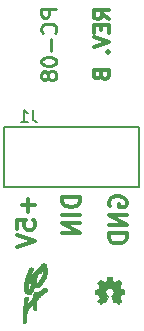
<source format=gbo>
G04 #@! TF.GenerationSoftware,KiCad,Pcbnew,5.0.0-fee4fd1~65~ubuntu17.10.1*
G04 #@! TF.CreationDate,2018-09-18T23:28:09-04:00*
G04 #@! TF.ProjectId,rgb-lamp,7267622D6C616D702E6B696361645F70,rev?*
G04 #@! TF.SameCoordinates,Original*
G04 #@! TF.FileFunction,Legend,Bot*
G04 #@! TF.FilePolarity,Positive*
%FSLAX46Y46*%
G04 Gerber Fmt 4.6, Leading zero omitted, Abs format (unit mm)*
G04 Created by KiCad (PCBNEW 5.0.0-fee4fd1~65~ubuntu17.10.1) date Tue Sep 18 23:28:09 2018*
%MOMM*%
%LPD*%
G01*
G04 APERTURE LIST*
%ADD10C,0.300000*%
%ADD11C,0.254000*%
%ADD12C,0.180000*%
%ADD13C,0.002540*%
%ADD14C,0.050000*%
G04 APERTURE END LIST*
D10*
X122494523Y-78498095D02*
X121889761Y-78074761D01*
X122494523Y-77772380D02*
X121224523Y-77772380D01*
X121224523Y-78256190D01*
X121285000Y-78377142D01*
X121345476Y-78437619D01*
X121466428Y-78498095D01*
X121647857Y-78498095D01*
X121768809Y-78437619D01*
X121829285Y-78377142D01*
X121889761Y-78256190D01*
X121889761Y-77772380D01*
X121829285Y-79042380D02*
X121829285Y-79465714D01*
X122494523Y-79647142D02*
X122494523Y-79042380D01*
X121224523Y-79042380D01*
X121224523Y-79647142D01*
X121224523Y-80010000D02*
X122494523Y-80433333D01*
X121224523Y-80856666D01*
X122373571Y-81280000D02*
X122434047Y-81340476D01*
X122494523Y-81280000D01*
X122434047Y-81219523D01*
X122373571Y-81280000D01*
X122494523Y-81280000D01*
X121829285Y-83275714D02*
X121889761Y-83457142D01*
X121950238Y-83517619D01*
X122071190Y-83578095D01*
X122252619Y-83578095D01*
X122373571Y-83517619D01*
X122434047Y-83457142D01*
X122494523Y-83336190D01*
X122494523Y-82852380D01*
X121224523Y-82852380D01*
X121224523Y-83275714D01*
X121285000Y-83396666D01*
X121345476Y-83457142D01*
X121466428Y-83517619D01*
X121587380Y-83517619D01*
X121708333Y-83457142D01*
X121768809Y-83396666D01*
X121829285Y-83275714D01*
X121829285Y-82852380D01*
D11*
X118049523Y-77681666D02*
X116779523Y-77681666D01*
X116779523Y-78165476D01*
X116840000Y-78286428D01*
X116900476Y-78346904D01*
X117021428Y-78407380D01*
X117202857Y-78407380D01*
X117323809Y-78346904D01*
X117384285Y-78286428D01*
X117444761Y-78165476D01*
X117444761Y-77681666D01*
X117928571Y-79677380D02*
X117989047Y-79616904D01*
X118049523Y-79435476D01*
X118049523Y-79314523D01*
X117989047Y-79133095D01*
X117868095Y-79012142D01*
X117747142Y-78951666D01*
X117505238Y-78891190D01*
X117323809Y-78891190D01*
X117081904Y-78951666D01*
X116960952Y-79012142D01*
X116840000Y-79133095D01*
X116779523Y-79314523D01*
X116779523Y-79435476D01*
X116840000Y-79616904D01*
X116900476Y-79677380D01*
X117565714Y-80221666D02*
X117565714Y-81189285D01*
X116779523Y-82035952D02*
X116779523Y-82156904D01*
X116840000Y-82277857D01*
X116900476Y-82338333D01*
X117021428Y-82398809D01*
X117263333Y-82459285D01*
X117565714Y-82459285D01*
X117807619Y-82398809D01*
X117928571Y-82338333D01*
X117989047Y-82277857D01*
X118049523Y-82156904D01*
X118049523Y-82035952D01*
X117989047Y-81915000D01*
X117928571Y-81854523D01*
X117807619Y-81794047D01*
X117565714Y-81733571D01*
X117263333Y-81733571D01*
X117021428Y-81794047D01*
X116900476Y-81854523D01*
X116840000Y-81915000D01*
X116779523Y-82035952D01*
X117323809Y-83185000D02*
X117263333Y-83064047D01*
X117202857Y-83003571D01*
X117081904Y-82943095D01*
X117021428Y-82943095D01*
X116900476Y-83003571D01*
X116840000Y-83064047D01*
X116779523Y-83185000D01*
X116779523Y-83426904D01*
X116840000Y-83547857D01*
X116900476Y-83608333D01*
X117021428Y-83668809D01*
X117081904Y-83668809D01*
X117202857Y-83608333D01*
X117263333Y-83547857D01*
X117323809Y-83426904D01*
X117323809Y-83185000D01*
X117384285Y-83064047D01*
X117444761Y-83003571D01*
X117565714Y-82943095D01*
X117807619Y-82943095D01*
X117928571Y-83003571D01*
X117989047Y-83064047D01*
X118049523Y-83185000D01*
X118049523Y-83426904D01*
X117989047Y-83547857D01*
X117928571Y-83608333D01*
X117807619Y-83668809D01*
X117565714Y-83668809D01*
X117444761Y-83608333D01*
X117384285Y-83547857D01*
X117323809Y-83426904D01*
D10*
X120058571Y-93587285D02*
X118558571Y-93587285D01*
X118558571Y-93944428D01*
X118630000Y-94158714D01*
X118772857Y-94301571D01*
X118915714Y-94373000D01*
X119201428Y-94444428D01*
X119415714Y-94444428D01*
X119701428Y-94373000D01*
X119844285Y-94301571D01*
X119987142Y-94158714D01*
X120058571Y-93944428D01*
X120058571Y-93587285D01*
X120058571Y-95087285D02*
X118558571Y-95087285D01*
X120058571Y-95801571D02*
X118558571Y-95801571D01*
X120058571Y-96658714D01*
X118558571Y-96658714D01*
X122567000Y-94361142D02*
X122495571Y-94218285D01*
X122495571Y-94004000D01*
X122567000Y-93789714D01*
X122709857Y-93646857D01*
X122852714Y-93575428D01*
X123138428Y-93504000D01*
X123352714Y-93504000D01*
X123638428Y-93575428D01*
X123781285Y-93646857D01*
X123924142Y-93789714D01*
X123995571Y-94004000D01*
X123995571Y-94146857D01*
X123924142Y-94361142D01*
X123852714Y-94432571D01*
X123352714Y-94432571D01*
X123352714Y-94146857D01*
X123995571Y-95075428D02*
X122495571Y-95075428D01*
X123995571Y-95932571D01*
X122495571Y-95932571D01*
X123995571Y-96646857D02*
X122495571Y-96646857D01*
X122495571Y-97004000D01*
X122567000Y-97218285D01*
X122709857Y-97361142D01*
X122852714Y-97432571D01*
X123138428Y-97504000D01*
X123352714Y-97504000D01*
X123638428Y-97432571D01*
X123781285Y-97361142D01*
X123924142Y-97218285D01*
X123995571Y-97004000D01*
X123995571Y-96646857D01*
X115677142Y-93702428D02*
X115677142Y-94845285D01*
X116248571Y-94273857D02*
X115105714Y-94273857D01*
X114748571Y-96273857D02*
X114748571Y-95559571D01*
X115462857Y-95488142D01*
X115391428Y-95559571D01*
X115320000Y-95702428D01*
X115320000Y-96059571D01*
X115391428Y-96202428D01*
X115462857Y-96273857D01*
X115605714Y-96345285D01*
X115962857Y-96345285D01*
X116105714Y-96273857D01*
X116177142Y-96202428D01*
X116248571Y-96059571D01*
X116248571Y-95702428D01*
X116177142Y-95559571D01*
X116105714Y-95488142D01*
X114748571Y-96773857D02*
X116248571Y-97273857D01*
X114748571Y-97773857D01*
D12*
G04 #@! TO.C,J1*
X113665000Y-92710000D02*
X125095000Y-92710000D01*
X125095000Y-92710000D02*
X125095000Y-87630000D01*
X125095000Y-87630000D02*
X113665000Y-87630000D01*
X113665000Y-87630000D02*
X113665000Y-92710000D01*
D13*
G04 #@! TO.C,REF\002A\002A*
G36*
X123324620Y-102610920D02*
X123309380Y-102605840D01*
X123281440Y-102585520D01*
X123238260Y-102557580D01*
X123187460Y-102524560D01*
X123139200Y-102491540D01*
X123096020Y-102463600D01*
X123068080Y-102445820D01*
X123055380Y-102438200D01*
X123050300Y-102440740D01*
X123024900Y-102450900D01*
X122989340Y-102471220D01*
X122971560Y-102481380D01*
X122938540Y-102494080D01*
X122923300Y-102496620D01*
X122920760Y-102491540D01*
X122908060Y-102468680D01*
X122890280Y-102425500D01*
X122864880Y-102372160D01*
X122839480Y-102306120D01*
X122809000Y-102237540D01*
X122778520Y-102166420D01*
X122750580Y-102097840D01*
X122727720Y-102039420D01*
X122707400Y-101988620D01*
X122694700Y-101955600D01*
X122689620Y-101940360D01*
X122689620Y-101937820D01*
X122707400Y-101920040D01*
X122735340Y-101899720D01*
X122793760Y-101851460D01*
X122854720Y-101777800D01*
X122890280Y-101693980D01*
X122900440Y-101600000D01*
X122890280Y-101516180D01*
X122857260Y-101432360D01*
X122798840Y-101356160D01*
X122727720Y-101300280D01*
X122646440Y-101267260D01*
X122555000Y-101254560D01*
X122468640Y-101264720D01*
X122382280Y-101297740D01*
X122308620Y-101356160D01*
X122275600Y-101391720D01*
X122232420Y-101467920D01*
X122207020Y-101549200D01*
X122204480Y-101569520D01*
X122209560Y-101655880D01*
X122234960Y-101742240D01*
X122283220Y-101818440D01*
X122346720Y-101881940D01*
X122354340Y-101887020D01*
X122384820Y-101909880D01*
X122405140Y-101925120D01*
X122422920Y-101937820D01*
X122308620Y-102212140D01*
X122290840Y-102255320D01*
X122260360Y-102328980D01*
X122232420Y-102395020D01*
X122209560Y-102445820D01*
X122194320Y-102478840D01*
X122189240Y-102494080D01*
X122186700Y-102494080D01*
X122176540Y-102496620D01*
X122156220Y-102489000D01*
X122118120Y-102471220D01*
X122092720Y-102458520D01*
X122064780Y-102443280D01*
X122052080Y-102438200D01*
X122039380Y-102443280D01*
X122011440Y-102461060D01*
X121970800Y-102489000D01*
X121922540Y-102522020D01*
X121876820Y-102555040D01*
X121833640Y-102582980D01*
X121800620Y-102603300D01*
X121787920Y-102610920D01*
X121785380Y-102610920D01*
X121770140Y-102603300D01*
X121747280Y-102582980D01*
X121709180Y-102547420D01*
X121655840Y-102496620D01*
X121648220Y-102486460D01*
X121605040Y-102443280D01*
X121569480Y-102405180D01*
X121546620Y-102379780D01*
X121539000Y-102367080D01*
X121546620Y-102354380D01*
X121564400Y-102321360D01*
X121594880Y-102278180D01*
X121627900Y-102227380D01*
X121719340Y-102095300D01*
X121668540Y-101973380D01*
X121653300Y-101935280D01*
X121635520Y-101887020D01*
X121620280Y-101854000D01*
X121612660Y-101841300D01*
X121599960Y-101836220D01*
X121564400Y-101828600D01*
X121516140Y-101818440D01*
X121457720Y-101805740D01*
X121401840Y-101795580D01*
X121351040Y-101787960D01*
X121312940Y-101780340D01*
X121297700Y-101775260D01*
X121292620Y-101775260D01*
X121290080Y-101765100D01*
X121287540Y-101749860D01*
X121287540Y-101719380D01*
X121287540Y-101671120D01*
X121287540Y-101600000D01*
X121287540Y-101594920D01*
X121287540Y-101528880D01*
X121287540Y-101475540D01*
X121290080Y-101439980D01*
X121292620Y-101424740D01*
X121307860Y-101422200D01*
X121343420Y-101414580D01*
X121394220Y-101404420D01*
X121455180Y-101391720D01*
X121457720Y-101391720D01*
X121518680Y-101381560D01*
X121569480Y-101368860D01*
X121605040Y-101361240D01*
X121620280Y-101356160D01*
X121622820Y-101353620D01*
X121635520Y-101330760D01*
X121650760Y-101292660D01*
X121671080Y-101246940D01*
X121691400Y-101198680D01*
X121709180Y-101158040D01*
X121719340Y-101125020D01*
X121721880Y-101112320D01*
X121721880Y-101109780D01*
X121714260Y-101097080D01*
X121693940Y-101066600D01*
X121663460Y-101020880D01*
X121627900Y-100970080D01*
X121625360Y-100967540D01*
X121592340Y-100916740D01*
X121564400Y-100873560D01*
X121544080Y-100843080D01*
X121539000Y-100827840D01*
X121549160Y-100812600D01*
X121574560Y-100784660D01*
X121612660Y-100746560D01*
X121655840Y-100700840D01*
X121671080Y-100685600D01*
X121719340Y-100637340D01*
X121754900Y-100606860D01*
X121775220Y-100589080D01*
X121785380Y-100586540D01*
X121800620Y-100596700D01*
X121833640Y-100617020D01*
X121876820Y-100647500D01*
X121927620Y-100680520D01*
X121932700Y-100683060D01*
X121983500Y-100718620D01*
X122026680Y-100746560D01*
X122054620Y-100766880D01*
X122069860Y-100774500D01*
X122092720Y-100769420D01*
X122128280Y-100756720D01*
X122171460Y-100738940D01*
X122219720Y-100721160D01*
X122262900Y-100700840D01*
X122293380Y-100688140D01*
X122308620Y-100677980D01*
X122313700Y-100660200D01*
X122323860Y-100622100D01*
X122334020Y-100568760D01*
X122346720Y-100507800D01*
X122346720Y-100497640D01*
X122359420Y-100436680D01*
X122369580Y-100385880D01*
X122377200Y-100352860D01*
X122379740Y-100337620D01*
X122387360Y-100335080D01*
X122417840Y-100335080D01*
X122463560Y-100332540D01*
X122516900Y-100332540D01*
X122572780Y-100332540D01*
X122628660Y-100332540D01*
X122676920Y-100335080D01*
X122712480Y-100337620D01*
X122725180Y-100340160D01*
X122732800Y-100360480D01*
X122740420Y-100398580D01*
X122750580Y-100451920D01*
X122763280Y-100512880D01*
X122765820Y-100523040D01*
X122775980Y-100584000D01*
X122786140Y-100634800D01*
X122793760Y-100667820D01*
X122796300Y-100680520D01*
X122803920Y-100685600D01*
X122826780Y-100695760D01*
X122867420Y-100711000D01*
X122918220Y-100731320D01*
X123035060Y-100779580D01*
X123177300Y-100680520D01*
X123190000Y-100672900D01*
X123240800Y-100637340D01*
X123283980Y-100609400D01*
X123311920Y-100591620D01*
X123324620Y-100584000D01*
X123327160Y-100584000D01*
X123339860Y-100596700D01*
X123367800Y-100624640D01*
X123405900Y-100660200D01*
X123451620Y-100705920D01*
X123484640Y-100738940D01*
X123525280Y-100779580D01*
X123548140Y-100804980D01*
X123563380Y-100822760D01*
X123568460Y-100832920D01*
X123565920Y-100840540D01*
X123558300Y-100855780D01*
X123535440Y-100886260D01*
X123507500Y-100929440D01*
X123471940Y-100980240D01*
X123444000Y-101020880D01*
X123413520Y-101069140D01*
X123393200Y-101104700D01*
X123385580Y-101119940D01*
X123388120Y-101127560D01*
X123398280Y-101155500D01*
X123413520Y-101198680D01*
X123436380Y-101246940D01*
X123484640Y-101361240D01*
X123558300Y-101373940D01*
X123604020Y-101384100D01*
X123667520Y-101396800D01*
X123725940Y-101406960D01*
X123819920Y-101424740D01*
X123825000Y-101767640D01*
X123809760Y-101772720D01*
X123794520Y-101777800D01*
X123761500Y-101785420D01*
X123710700Y-101795580D01*
X123652280Y-101805740D01*
X123604020Y-101815900D01*
X123553220Y-101826060D01*
X123517660Y-101831140D01*
X123499880Y-101836220D01*
X123497340Y-101841300D01*
X123484640Y-101864160D01*
X123466860Y-101904800D01*
X123446540Y-101950520D01*
X123426220Y-101998780D01*
X123408440Y-102041960D01*
X123395740Y-102077520D01*
X123390660Y-102095300D01*
X123398280Y-102108000D01*
X123418600Y-102135940D01*
X123446540Y-102179120D01*
X123479560Y-102229920D01*
X123512580Y-102278180D01*
X123543060Y-102321360D01*
X123563380Y-102351840D01*
X123571000Y-102367080D01*
X123565920Y-102374700D01*
X123545600Y-102400100D01*
X123510040Y-102438200D01*
X123454160Y-102494080D01*
X123444000Y-102501700D01*
X123398280Y-102544880D01*
X123362720Y-102580440D01*
X123334780Y-102603300D01*
X123324620Y-102610920D01*
X123324620Y-102610920D01*
G37*
X123324620Y-102610920D02*
X123309380Y-102605840D01*
X123281440Y-102585520D01*
X123238260Y-102557580D01*
X123187460Y-102524560D01*
X123139200Y-102491540D01*
X123096020Y-102463600D01*
X123068080Y-102445820D01*
X123055380Y-102438200D01*
X123050300Y-102440740D01*
X123024900Y-102450900D01*
X122989340Y-102471220D01*
X122971560Y-102481380D01*
X122938540Y-102494080D01*
X122923300Y-102496620D01*
X122920760Y-102491540D01*
X122908060Y-102468680D01*
X122890280Y-102425500D01*
X122864880Y-102372160D01*
X122839480Y-102306120D01*
X122809000Y-102237540D01*
X122778520Y-102166420D01*
X122750580Y-102097840D01*
X122727720Y-102039420D01*
X122707400Y-101988620D01*
X122694700Y-101955600D01*
X122689620Y-101940360D01*
X122689620Y-101937820D01*
X122707400Y-101920040D01*
X122735340Y-101899720D01*
X122793760Y-101851460D01*
X122854720Y-101777800D01*
X122890280Y-101693980D01*
X122900440Y-101600000D01*
X122890280Y-101516180D01*
X122857260Y-101432360D01*
X122798840Y-101356160D01*
X122727720Y-101300280D01*
X122646440Y-101267260D01*
X122555000Y-101254560D01*
X122468640Y-101264720D01*
X122382280Y-101297740D01*
X122308620Y-101356160D01*
X122275600Y-101391720D01*
X122232420Y-101467920D01*
X122207020Y-101549200D01*
X122204480Y-101569520D01*
X122209560Y-101655880D01*
X122234960Y-101742240D01*
X122283220Y-101818440D01*
X122346720Y-101881940D01*
X122354340Y-101887020D01*
X122384820Y-101909880D01*
X122405140Y-101925120D01*
X122422920Y-101937820D01*
X122308620Y-102212140D01*
X122290840Y-102255320D01*
X122260360Y-102328980D01*
X122232420Y-102395020D01*
X122209560Y-102445820D01*
X122194320Y-102478840D01*
X122189240Y-102494080D01*
X122186700Y-102494080D01*
X122176540Y-102496620D01*
X122156220Y-102489000D01*
X122118120Y-102471220D01*
X122092720Y-102458520D01*
X122064780Y-102443280D01*
X122052080Y-102438200D01*
X122039380Y-102443280D01*
X122011440Y-102461060D01*
X121970800Y-102489000D01*
X121922540Y-102522020D01*
X121876820Y-102555040D01*
X121833640Y-102582980D01*
X121800620Y-102603300D01*
X121787920Y-102610920D01*
X121785380Y-102610920D01*
X121770140Y-102603300D01*
X121747280Y-102582980D01*
X121709180Y-102547420D01*
X121655840Y-102496620D01*
X121648220Y-102486460D01*
X121605040Y-102443280D01*
X121569480Y-102405180D01*
X121546620Y-102379780D01*
X121539000Y-102367080D01*
X121546620Y-102354380D01*
X121564400Y-102321360D01*
X121594880Y-102278180D01*
X121627900Y-102227380D01*
X121719340Y-102095300D01*
X121668540Y-101973380D01*
X121653300Y-101935280D01*
X121635520Y-101887020D01*
X121620280Y-101854000D01*
X121612660Y-101841300D01*
X121599960Y-101836220D01*
X121564400Y-101828600D01*
X121516140Y-101818440D01*
X121457720Y-101805740D01*
X121401840Y-101795580D01*
X121351040Y-101787960D01*
X121312940Y-101780340D01*
X121297700Y-101775260D01*
X121292620Y-101775260D01*
X121290080Y-101765100D01*
X121287540Y-101749860D01*
X121287540Y-101719380D01*
X121287540Y-101671120D01*
X121287540Y-101600000D01*
X121287540Y-101594920D01*
X121287540Y-101528880D01*
X121287540Y-101475540D01*
X121290080Y-101439980D01*
X121292620Y-101424740D01*
X121307860Y-101422200D01*
X121343420Y-101414580D01*
X121394220Y-101404420D01*
X121455180Y-101391720D01*
X121457720Y-101391720D01*
X121518680Y-101381560D01*
X121569480Y-101368860D01*
X121605040Y-101361240D01*
X121620280Y-101356160D01*
X121622820Y-101353620D01*
X121635520Y-101330760D01*
X121650760Y-101292660D01*
X121671080Y-101246940D01*
X121691400Y-101198680D01*
X121709180Y-101158040D01*
X121719340Y-101125020D01*
X121721880Y-101112320D01*
X121721880Y-101109780D01*
X121714260Y-101097080D01*
X121693940Y-101066600D01*
X121663460Y-101020880D01*
X121627900Y-100970080D01*
X121625360Y-100967540D01*
X121592340Y-100916740D01*
X121564400Y-100873560D01*
X121544080Y-100843080D01*
X121539000Y-100827840D01*
X121549160Y-100812600D01*
X121574560Y-100784660D01*
X121612660Y-100746560D01*
X121655840Y-100700840D01*
X121671080Y-100685600D01*
X121719340Y-100637340D01*
X121754900Y-100606860D01*
X121775220Y-100589080D01*
X121785380Y-100586540D01*
X121800620Y-100596700D01*
X121833640Y-100617020D01*
X121876820Y-100647500D01*
X121927620Y-100680520D01*
X121932700Y-100683060D01*
X121983500Y-100718620D01*
X122026680Y-100746560D01*
X122054620Y-100766880D01*
X122069860Y-100774500D01*
X122092720Y-100769420D01*
X122128280Y-100756720D01*
X122171460Y-100738940D01*
X122219720Y-100721160D01*
X122262900Y-100700840D01*
X122293380Y-100688140D01*
X122308620Y-100677980D01*
X122313700Y-100660200D01*
X122323860Y-100622100D01*
X122334020Y-100568760D01*
X122346720Y-100507800D01*
X122346720Y-100497640D01*
X122359420Y-100436680D01*
X122369580Y-100385880D01*
X122377200Y-100352860D01*
X122379740Y-100337620D01*
X122387360Y-100335080D01*
X122417840Y-100335080D01*
X122463560Y-100332540D01*
X122516900Y-100332540D01*
X122572780Y-100332540D01*
X122628660Y-100332540D01*
X122676920Y-100335080D01*
X122712480Y-100337620D01*
X122725180Y-100340160D01*
X122732800Y-100360480D01*
X122740420Y-100398580D01*
X122750580Y-100451920D01*
X122763280Y-100512880D01*
X122765820Y-100523040D01*
X122775980Y-100584000D01*
X122786140Y-100634800D01*
X122793760Y-100667820D01*
X122796300Y-100680520D01*
X122803920Y-100685600D01*
X122826780Y-100695760D01*
X122867420Y-100711000D01*
X122918220Y-100731320D01*
X123035060Y-100779580D01*
X123177300Y-100680520D01*
X123190000Y-100672900D01*
X123240800Y-100637340D01*
X123283980Y-100609400D01*
X123311920Y-100591620D01*
X123324620Y-100584000D01*
X123327160Y-100584000D01*
X123339860Y-100596700D01*
X123367800Y-100624640D01*
X123405900Y-100660200D01*
X123451620Y-100705920D01*
X123484640Y-100738940D01*
X123525280Y-100779580D01*
X123548140Y-100804980D01*
X123563380Y-100822760D01*
X123568460Y-100832920D01*
X123565920Y-100840540D01*
X123558300Y-100855780D01*
X123535440Y-100886260D01*
X123507500Y-100929440D01*
X123471940Y-100980240D01*
X123444000Y-101020880D01*
X123413520Y-101069140D01*
X123393200Y-101104700D01*
X123385580Y-101119940D01*
X123388120Y-101127560D01*
X123398280Y-101155500D01*
X123413520Y-101198680D01*
X123436380Y-101246940D01*
X123484640Y-101361240D01*
X123558300Y-101373940D01*
X123604020Y-101384100D01*
X123667520Y-101396800D01*
X123725940Y-101406960D01*
X123819920Y-101424740D01*
X123825000Y-101767640D01*
X123809760Y-101772720D01*
X123794520Y-101777800D01*
X123761500Y-101785420D01*
X123710700Y-101795580D01*
X123652280Y-101805740D01*
X123604020Y-101815900D01*
X123553220Y-101826060D01*
X123517660Y-101831140D01*
X123499880Y-101836220D01*
X123497340Y-101841300D01*
X123484640Y-101864160D01*
X123466860Y-101904800D01*
X123446540Y-101950520D01*
X123426220Y-101998780D01*
X123408440Y-102041960D01*
X123395740Y-102077520D01*
X123390660Y-102095300D01*
X123398280Y-102108000D01*
X123418600Y-102135940D01*
X123446540Y-102179120D01*
X123479560Y-102229920D01*
X123512580Y-102278180D01*
X123543060Y-102321360D01*
X123563380Y-102351840D01*
X123571000Y-102367080D01*
X123565920Y-102374700D01*
X123545600Y-102400100D01*
X123510040Y-102438200D01*
X123454160Y-102494080D01*
X123444000Y-102501700D01*
X123398280Y-102544880D01*
X123362720Y-102580440D01*
X123334780Y-102603300D01*
X123324620Y-102610920D01*
D14*
G36*
X115679621Y-101801040D02*
X115742702Y-101797773D01*
X115797055Y-101785688D01*
X115810139Y-101780484D01*
X115870455Y-101742676D01*
X115930196Y-101684798D01*
X115988658Y-101607948D01*
X116041271Y-101519707D01*
X115657752Y-101519707D01*
X115643350Y-101493708D01*
X115632208Y-101459655D01*
X115625530Y-101407853D01*
X115623220Y-101341223D01*
X115625180Y-101262683D01*
X115631313Y-101175154D01*
X115641522Y-101081556D01*
X115655709Y-100984810D01*
X115661412Y-100951770D01*
X115669635Y-100907671D01*
X115676305Y-100880400D01*
X115683422Y-100865918D01*
X115692984Y-100860186D01*
X115706990Y-100859166D01*
X115707255Y-100859166D01*
X115725082Y-100857226D01*
X115743222Y-100850044D01*
X115763999Y-100835574D01*
X115789734Y-100811773D01*
X115822749Y-100776597D01*
X115865366Y-100728001D01*
X115893140Y-100695518D01*
X115929364Y-100653160D01*
X115960514Y-100617180D01*
X115984149Y-100590365D01*
X115997825Y-100575499D01*
X116000185Y-100573416D01*
X116001244Y-100579593D01*
X115998377Y-100599143D01*
X115991254Y-100633596D01*
X115979545Y-100684483D01*
X115962918Y-100753333D01*
X115949862Y-100806250D01*
X115916206Y-100933293D01*
X115880158Y-101053688D01*
X115842607Y-101165127D01*
X115804443Y-101265304D01*
X115766556Y-101351913D01*
X115729836Y-101422648D01*
X115695172Y-101475203D01*
X115688738Y-101483124D01*
X115657752Y-101519707D01*
X116041271Y-101519707D01*
X116045137Y-101513224D01*
X116098931Y-101401721D01*
X116149336Y-101274537D01*
X116166795Y-101224291D01*
X116180314Y-101184008D01*
X116191422Y-101150952D01*
X116198259Y-101130654D01*
X116199246Y-101127745D01*
X116210402Y-101125714D01*
X116237240Y-101134454D01*
X116274215Y-101151558D01*
X116316647Y-101171281D01*
X116351495Y-101182132D01*
X116389037Y-101186595D01*
X116421810Y-101187250D01*
X116485170Y-101181959D01*
X116545242Y-101164985D01*
X116605113Y-101134674D01*
X116667871Y-101089374D01*
X116736605Y-101027429D01*
X116755833Y-101008396D01*
X116852720Y-100898821D01*
X116865988Y-100880333D01*
X116403098Y-100880333D01*
X116385399Y-100870307D01*
X116369288Y-100842417D01*
X116355436Y-100799948D01*
X116344517Y-100746182D01*
X116337202Y-100684403D01*
X116334165Y-100617894D01*
X116335922Y-100552250D01*
X116353033Y-100397344D01*
X116383531Y-100239916D01*
X116390254Y-100212400D01*
X116400111Y-100178124D01*
X116412165Y-100150065D01*
X116429888Y-100122576D01*
X116456748Y-100090014D01*
X116483900Y-100060035D01*
X116559879Y-99977644D01*
X116593580Y-99995072D01*
X116637595Y-100009435D01*
X116685097Y-100011768D01*
X116727933Y-100002296D01*
X116748359Y-99990765D01*
X116769434Y-99965754D01*
X116785911Y-99931703D01*
X116788088Y-99924619D01*
X116805880Y-99862216D01*
X116821322Y-99815734D01*
X116836326Y-99780360D01*
X116852803Y-99751281D01*
X116862542Y-99737113D01*
X116881742Y-99713551D01*
X116896524Y-99700693D01*
X116901633Y-99700043D01*
X116910534Y-99717225D01*
X116919959Y-99748102D01*
X116928145Y-99785325D01*
X116933326Y-99821546D01*
X116934210Y-99835675D01*
X116932534Y-99866109D01*
X116927144Y-99908345D01*
X116919179Y-99953581D01*
X116918593Y-99956450D01*
X116892468Y-100057463D01*
X116854312Y-100169426D01*
X116806240Y-100287547D01*
X116750365Y-100407031D01*
X116688804Y-100523084D01*
X116623671Y-100630912D01*
X116615617Y-100643219D01*
X116578197Y-100696913D01*
X116538608Y-100748641D01*
X116499417Y-100795539D01*
X116463192Y-100834745D01*
X116432497Y-100863393D01*
X116409901Y-100878622D01*
X116403098Y-100880333D01*
X116865988Y-100880333D01*
X116943723Y-100772022D01*
X117027044Y-100631547D01*
X117100884Y-100480939D01*
X117163444Y-100323746D01*
X117212926Y-100163512D01*
X117237224Y-100059412D01*
X117250782Y-99978172D01*
X117259361Y-99895719D01*
X117262822Y-99816890D01*
X117261025Y-99746520D01*
X117253830Y-99689446D01*
X117248529Y-99668541D01*
X117226023Y-99610389D01*
X117194943Y-99555436D01*
X117163960Y-99512042D01*
X117127174Y-99463849D01*
X117148319Y-99423320D01*
X117164997Y-99371130D01*
X117162970Y-99319543D01*
X117144507Y-99272005D01*
X117111878Y-99231959D01*
X117067353Y-99202849D01*
X117013202Y-99188120D01*
X116992582Y-99187000D01*
X116954267Y-99189091D01*
X116920160Y-99194404D01*
X116907873Y-99197932D01*
X116881391Y-99212967D01*
X116842205Y-99242149D01*
X116791853Y-99283963D01*
X116731874Y-99336899D01*
X116663805Y-99399443D01*
X116589185Y-99470082D01*
X116509552Y-99547305D01*
X116426443Y-99629599D01*
X116341399Y-99715451D01*
X116255956Y-99803349D01*
X116171652Y-99891780D01*
X116090027Y-99979232D01*
X116012617Y-100064192D01*
X115940963Y-100145149D01*
X115920466Y-100168838D01*
X115890179Y-100203692D01*
X115865712Y-100231166D01*
X115849836Y-100248194D01*
X115845166Y-100252163D01*
X115848410Y-100241175D01*
X115857321Y-100213886D01*
X115870663Y-100174008D01*
X115887204Y-100125249D01*
X115893508Y-100106809D01*
X115934052Y-99994539D01*
X115971625Y-99903138D01*
X116006213Y-99832631D01*
X116037806Y-99783045D01*
X116046014Y-99773026D01*
X116071517Y-99729687D01*
X116078521Y-99682466D01*
X116068060Y-99635645D01*
X116041163Y-99593505D01*
X115998863Y-99560328D01*
X115994170Y-99557843D01*
X115937230Y-99539915D01*
X115879038Y-99541654D01*
X115823691Y-99562248D01*
X115775282Y-99600883D01*
X115774840Y-99601365D01*
X115752831Y-99631724D01*
X115725667Y-99679220D01*
X115694662Y-99740839D01*
X115661132Y-99813564D01*
X115626391Y-99894380D01*
X115591756Y-99980271D01*
X115558540Y-100068222D01*
X115528059Y-100155217D01*
X115512482Y-100203000D01*
X115476365Y-100324010D01*
X115442359Y-100451035D01*
X115410927Y-100581384D01*
X115382535Y-100712367D01*
X115357643Y-100841293D01*
X115336717Y-100965472D01*
X115320219Y-101082213D01*
X115308613Y-101188825D01*
X115302361Y-101282618D01*
X115301928Y-101360901D01*
X115305400Y-101405543D01*
X115326482Y-101505958D01*
X115361789Y-101594679D01*
X115410146Y-101669976D01*
X115470379Y-101730115D01*
X115541315Y-101773363D01*
X115559839Y-101781050D01*
X115615953Y-101795472D01*
X115679621Y-101801040D01*
X115679621Y-101801040D01*
G37*
X115679621Y-101801040D02*
X115742702Y-101797773D01*
X115797055Y-101785688D01*
X115810139Y-101780484D01*
X115870455Y-101742676D01*
X115930196Y-101684798D01*
X115988658Y-101607948D01*
X116041271Y-101519707D01*
X115657752Y-101519707D01*
X115643350Y-101493708D01*
X115632208Y-101459655D01*
X115625530Y-101407853D01*
X115623220Y-101341223D01*
X115625180Y-101262683D01*
X115631313Y-101175154D01*
X115641522Y-101081556D01*
X115655709Y-100984810D01*
X115661412Y-100951770D01*
X115669635Y-100907671D01*
X115676305Y-100880400D01*
X115683422Y-100865918D01*
X115692984Y-100860186D01*
X115706990Y-100859166D01*
X115707255Y-100859166D01*
X115725082Y-100857226D01*
X115743222Y-100850044D01*
X115763999Y-100835574D01*
X115789734Y-100811773D01*
X115822749Y-100776597D01*
X115865366Y-100728001D01*
X115893140Y-100695518D01*
X115929364Y-100653160D01*
X115960514Y-100617180D01*
X115984149Y-100590365D01*
X115997825Y-100575499D01*
X116000185Y-100573416D01*
X116001244Y-100579593D01*
X115998377Y-100599143D01*
X115991254Y-100633596D01*
X115979545Y-100684483D01*
X115962918Y-100753333D01*
X115949862Y-100806250D01*
X115916206Y-100933293D01*
X115880158Y-101053688D01*
X115842607Y-101165127D01*
X115804443Y-101265304D01*
X115766556Y-101351913D01*
X115729836Y-101422648D01*
X115695172Y-101475203D01*
X115688738Y-101483124D01*
X115657752Y-101519707D01*
X116041271Y-101519707D01*
X116045137Y-101513224D01*
X116098931Y-101401721D01*
X116149336Y-101274537D01*
X116166795Y-101224291D01*
X116180314Y-101184008D01*
X116191422Y-101150952D01*
X116198259Y-101130654D01*
X116199246Y-101127745D01*
X116210402Y-101125714D01*
X116237240Y-101134454D01*
X116274215Y-101151558D01*
X116316647Y-101171281D01*
X116351495Y-101182132D01*
X116389037Y-101186595D01*
X116421810Y-101187250D01*
X116485170Y-101181959D01*
X116545242Y-101164985D01*
X116605113Y-101134674D01*
X116667871Y-101089374D01*
X116736605Y-101027429D01*
X116755833Y-101008396D01*
X116852720Y-100898821D01*
X116865988Y-100880333D01*
X116403098Y-100880333D01*
X116385399Y-100870307D01*
X116369288Y-100842417D01*
X116355436Y-100799948D01*
X116344517Y-100746182D01*
X116337202Y-100684403D01*
X116334165Y-100617894D01*
X116335922Y-100552250D01*
X116353033Y-100397344D01*
X116383531Y-100239916D01*
X116390254Y-100212400D01*
X116400111Y-100178124D01*
X116412165Y-100150065D01*
X116429888Y-100122576D01*
X116456748Y-100090014D01*
X116483900Y-100060035D01*
X116559879Y-99977644D01*
X116593580Y-99995072D01*
X116637595Y-100009435D01*
X116685097Y-100011768D01*
X116727933Y-100002296D01*
X116748359Y-99990765D01*
X116769434Y-99965754D01*
X116785911Y-99931703D01*
X116788088Y-99924619D01*
X116805880Y-99862216D01*
X116821322Y-99815734D01*
X116836326Y-99780360D01*
X116852803Y-99751281D01*
X116862542Y-99737113D01*
X116881742Y-99713551D01*
X116896524Y-99700693D01*
X116901633Y-99700043D01*
X116910534Y-99717225D01*
X116919959Y-99748102D01*
X116928145Y-99785325D01*
X116933326Y-99821546D01*
X116934210Y-99835675D01*
X116932534Y-99866109D01*
X116927144Y-99908345D01*
X116919179Y-99953581D01*
X116918593Y-99956450D01*
X116892468Y-100057463D01*
X116854312Y-100169426D01*
X116806240Y-100287547D01*
X116750365Y-100407031D01*
X116688804Y-100523084D01*
X116623671Y-100630912D01*
X116615617Y-100643219D01*
X116578197Y-100696913D01*
X116538608Y-100748641D01*
X116499417Y-100795539D01*
X116463192Y-100834745D01*
X116432497Y-100863393D01*
X116409901Y-100878622D01*
X116403098Y-100880333D01*
X116865988Y-100880333D01*
X116943723Y-100772022D01*
X117027044Y-100631547D01*
X117100884Y-100480939D01*
X117163444Y-100323746D01*
X117212926Y-100163512D01*
X117237224Y-100059412D01*
X117250782Y-99978172D01*
X117259361Y-99895719D01*
X117262822Y-99816890D01*
X117261025Y-99746520D01*
X117253830Y-99689446D01*
X117248529Y-99668541D01*
X117226023Y-99610389D01*
X117194943Y-99555436D01*
X117163960Y-99512042D01*
X117127174Y-99463849D01*
X117148319Y-99423320D01*
X117164997Y-99371130D01*
X117162970Y-99319543D01*
X117144507Y-99272005D01*
X117111878Y-99231959D01*
X117067353Y-99202849D01*
X117013202Y-99188120D01*
X116992582Y-99187000D01*
X116954267Y-99189091D01*
X116920160Y-99194404D01*
X116907873Y-99197932D01*
X116881391Y-99212967D01*
X116842205Y-99242149D01*
X116791853Y-99283963D01*
X116731874Y-99336899D01*
X116663805Y-99399443D01*
X116589185Y-99470082D01*
X116509552Y-99547305D01*
X116426443Y-99629599D01*
X116341399Y-99715451D01*
X116255956Y-99803349D01*
X116171652Y-99891780D01*
X116090027Y-99979232D01*
X116012617Y-100064192D01*
X115940963Y-100145149D01*
X115920466Y-100168838D01*
X115890179Y-100203692D01*
X115865712Y-100231166D01*
X115849836Y-100248194D01*
X115845166Y-100252163D01*
X115848410Y-100241175D01*
X115857321Y-100213886D01*
X115870663Y-100174008D01*
X115887204Y-100125249D01*
X115893508Y-100106809D01*
X115934052Y-99994539D01*
X115971625Y-99903138D01*
X116006213Y-99832631D01*
X116037806Y-99783045D01*
X116046014Y-99773026D01*
X116071517Y-99729687D01*
X116078521Y-99682466D01*
X116068060Y-99635645D01*
X116041163Y-99593505D01*
X115998863Y-99560328D01*
X115994170Y-99557843D01*
X115937230Y-99539915D01*
X115879038Y-99541654D01*
X115823691Y-99562248D01*
X115775282Y-99600883D01*
X115774840Y-99601365D01*
X115752831Y-99631724D01*
X115725667Y-99679220D01*
X115694662Y-99740839D01*
X115661132Y-99813564D01*
X115626391Y-99894380D01*
X115591756Y-99980271D01*
X115558540Y-100068222D01*
X115528059Y-100155217D01*
X115512482Y-100203000D01*
X115476365Y-100324010D01*
X115442359Y-100451035D01*
X115410927Y-100581384D01*
X115382535Y-100712367D01*
X115357643Y-100841293D01*
X115336717Y-100965472D01*
X115320219Y-101082213D01*
X115308613Y-101188825D01*
X115302361Y-101282618D01*
X115301928Y-101360901D01*
X115305400Y-101405543D01*
X115326482Y-101505958D01*
X115361789Y-101594679D01*
X115410146Y-101669976D01*
X115470379Y-101730115D01*
X115541315Y-101773363D01*
X115559839Y-101781050D01*
X115615953Y-101795472D01*
X115679621Y-101801040D01*
G36*
X115323697Y-104224583D02*
X115371163Y-104218048D01*
X115417653Y-104200308D01*
X115457663Y-104172425D01*
X115472383Y-104156479D01*
X115480181Y-104144276D01*
X115486114Y-104128018D01*
X115490632Y-104104353D01*
X115494185Y-104069933D01*
X115497224Y-104021409D01*
X115500199Y-103955432D01*
X115500533Y-103947163D01*
X115503385Y-103881217D01*
X115507201Y-103800282D01*
X115511674Y-103710493D01*
X115516494Y-103617989D01*
X115521355Y-103528908D01*
X115523006Y-103499708D01*
X115527161Y-103426574D01*
X115530884Y-103360163D01*
X115534011Y-103303489D01*
X115536376Y-103259563D01*
X115537816Y-103231398D01*
X115538190Y-103222297D01*
X115544651Y-103209460D01*
X115562146Y-103184331D01*
X115587917Y-103150676D01*
X115615694Y-103116464D01*
X115642403Y-103085072D01*
X115677924Y-103044320D01*
X115720065Y-102996628D01*
X115766633Y-102944416D01*
X115815436Y-102890105D01*
X115864282Y-102836114D01*
X115910977Y-102784864D01*
X115953330Y-102738774D01*
X115989147Y-102700265D01*
X116016237Y-102671757D01*
X116032406Y-102655669D01*
X116035401Y-102653205D01*
X116038848Y-102660736D01*
X116040664Y-102686967D01*
X116040791Y-102729489D01*
X116039170Y-102785892D01*
X116038855Y-102793483D01*
X116036711Y-102866285D01*
X116037843Y-102922094D01*
X116042992Y-102964932D01*
X116052897Y-102998819D01*
X116068300Y-103027779D01*
X116086409Y-103051691D01*
X116124304Y-103085535D01*
X116169829Y-103109486D01*
X116217093Y-103121670D01*
X116260200Y-103120215D01*
X116279669Y-103113102D01*
X116292349Y-103105192D01*
X116302693Y-103094957D01*
X116310987Y-103080254D01*
X116317514Y-103058945D01*
X116322559Y-103028886D01*
X116326405Y-102987937D01*
X116329337Y-102933956D01*
X116331639Y-102864802D01*
X116333594Y-102778335D01*
X116335099Y-102695375D01*
X116336841Y-102610329D01*
X116339007Y-102531153D01*
X116341481Y-102460569D01*
X116344147Y-102401300D01*
X116346888Y-102356068D01*
X116349587Y-102327596D01*
X116351184Y-102319567D01*
X116362132Y-102302933D01*
X116386215Y-102273809D01*
X116421321Y-102234384D01*
X116465334Y-102186847D01*
X116516141Y-102133387D01*
X116571628Y-102076193D01*
X116629681Y-102017455D01*
X116688185Y-101959362D01*
X116745028Y-101904102D01*
X116798095Y-101853864D01*
X116823612Y-101830347D01*
X116919306Y-101745557D01*
X117003843Y-101675934D01*
X117079134Y-101619994D01*
X117147090Y-101576252D01*
X117160499Y-101568538D01*
X117210198Y-101534882D01*
X117239805Y-101500008D01*
X117250366Y-101461566D01*
X117242924Y-101417207D01*
X117235890Y-101398992D01*
X117203002Y-101345287D01*
X117155127Y-101304183D01*
X117131858Y-101290905D01*
X117092776Y-101277283D01*
X117050114Y-101275845D01*
X117001837Y-101287325D01*
X116945905Y-101312457D01*
X116880280Y-101351977D01*
X116802926Y-101406618D01*
X116795466Y-101412193D01*
X116755336Y-101442562D01*
X116720850Y-101469495D01*
X116688328Y-101496139D01*
X116654093Y-101525644D01*
X116614464Y-101561159D01*
X116565765Y-101605832D01*
X116523487Y-101645000D01*
X116445099Y-101717784D01*
X116432095Y-101679958D01*
X116415551Y-101641478D01*
X116394727Y-101617903D01*
X116363344Y-101603068D01*
X116349732Y-101599075D01*
X116300810Y-101592727D01*
X116250115Y-101597425D01*
X116203199Y-101611471D01*
X116165616Y-101633167D01*
X116142918Y-101660814D01*
X116142188Y-101662533D01*
X116137049Y-101681640D01*
X116129566Y-101717798D01*
X116120401Y-101767105D01*
X116110215Y-101825659D01*
X116099669Y-101889559D01*
X116089425Y-101954904D01*
X116080144Y-102017791D01*
X116072786Y-102071981D01*
X116070225Y-102088211D01*
X116065960Y-102103550D01*
X116058439Y-102120113D01*
X116046112Y-102140015D01*
X116027427Y-102165372D01*
X116000833Y-102198297D01*
X115964777Y-102240907D01*
X115917710Y-102295316D01*
X115862917Y-102358105D01*
X115808870Y-102419973D01*
X115757421Y-102478938D01*
X115710780Y-102532462D01*
X115671157Y-102578006D01*
X115640762Y-102613034D01*
X115621804Y-102635006D01*
X115620270Y-102636799D01*
X115599287Y-102659580D01*
X115584902Y-102671737D01*
X115580583Y-102671422D01*
X115581655Y-102657608D01*
X115584640Y-102626211D01*
X115589192Y-102580692D01*
X115594964Y-102524515D01*
X115601610Y-102461141D01*
X115602102Y-102456490D01*
X115611518Y-102374615D01*
X115620561Y-102309733D01*
X115629028Y-102263085D01*
X115636715Y-102235910D01*
X115639144Y-102231284D01*
X115647944Y-102207476D01*
X115653329Y-102171289D01*
X115654783Y-102131314D01*
X115651793Y-102096139D01*
X115648092Y-102082015D01*
X115629060Y-102059671D01*
X115595002Y-102043914D01*
X115551203Y-102035369D01*
X115502949Y-102034662D01*
X115455522Y-102042419D01*
X115421566Y-102055219D01*
X115391492Y-102074274D01*
X115367963Y-102095524D01*
X115363722Y-102101074D01*
X115355168Y-102123621D01*
X115345719Y-102165467D01*
X115335547Y-102224771D01*
X115324825Y-102299691D01*
X115313725Y-102388385D01*
X115302420Y-102489014D01*
X115291082Y-102599735D01*
X115279883Y-102718707D01*
X115268996Y-102844089D01*
X115258594Y-102974041D01*
X115248848Y-103106720D01*
X115239931Y-103240285D01*
X115232016Y-103372896D01*
X115225274Y-103502711D01*
X115219879Y-103627889D01*
X115219296Y-103643444D01*
X115215153Y-103769144D01*
X115212789Y-103875320D01*
X115212286Y-103963545D01*
X115213724Y-104035395D01*
X115217183Y-104092443D01*
X115222746Y-104136264D01*
X115230491Y-104168431D01*
X115240501Y-104190518D01*
X115247833Y-104199796D01*
X115280753Y-104218853D01*
X115323697Y-104224583D01*
X115323697Y-104224583D01*
G37*
X115323697Y-104224583D02*
X115371163Y-104218048D01*
X115417653Y-104200308D01*
X115457663Y-104172425D01*
X115472383Y-104156479D01*
X115480181Y-104144276D01*
X115486114Y-104128018D01*
X115490632Y-104104353D01*
X115494185Y-104069933D01*
X115497224Y-104021409D01*
X115500199Y-103955432D01*
X115500533Y-103947163D01*
X115503385Y-103881217D01*
X115507201Y-103800282D01*
X115511674Y-103710493D01*
X115516494Y-103617989D01*
X115521355Y-103528908D01*
X115523006Y-103499708D01*
X115527161Y-103426574D01*
X115530884Y-103360163D01*
X115534011Y-103303489D01*
X115536376Y-103259563D01*
X115537816Y-103231398D01*
X115538190Y-103222297D01*
X115544651Y-103209460D01*
X115562146Y-103184331D01*
X115587917Y-103150676D01*
X115615694Y-103116464D01*
X115642403Y-103085072D01*
X115677924Y-103044320D01*
X115720065Y-102996628D01*
X115766633Y-102944416D01*
X115815436Y-102890105D01*
X115864282Y-102836114D01*
X115910977Y-102784864D01*
X115953330Y-102738774D01*
X115989147Y-102700265D01*
X116016237Y-102671757D01*
X116032406Y-102655669D01*
X116035401Y-102653205D01*
X116038848Y-102660736D01*
X116040664Y-102686967D01*
X116040791Y-102729489D01*
X116039170Y-102785892D01*
X116038855Y-102793483D01*
X116036711Y-102866285D01*
X116037843Y-102922094D01*
X116042992Y-102964932D01*
X116052897Y-102998819D01*
X116068300Y-103027779D01*
X116086409Y-103051691D01*
X116124304Y-103085535D01*
X116169829Y-103109486D01*
X116217093Y-103121670D01*
X116260200Y-103120215D01*
X116279669Y-103113102D01*
X116292349Y-103105192D01*
X116302693Y-103094957D01*
X116310987Y-103080254D01*
X116317514Y-103058945D01*
X116322559Y-103028886D01*
X116326405Y-102987937D01*
X116329337Y-102933956D01*
X116331639Y-102864802D01*
X116333594Y-102778335D01*
X116335099Y-102695375D01*
X116336841Y-102610329D01*
X116339007Y-102531153D01*
X116341481Y-102460569D01*
X116344147Y-102401300D01*
X116346888Y-102356068D01*
X116349587Y-102327596D01*
X116351184Y-102319567D01*
X116362132Y-102302933D01*
X116386215Y-102273809D01*
X116421321Y-102234384D01*
X116465334Y-102186847D01*
X116516141Y-102133387D01*
X116571628Y-102076193D01*
X116629681Y-102017455D01*
X116688185Y-101959362D01*
X116745028Y-101904102D01*
X116798095Y-101853864D01*
X116823612Y-101830347D01*
X116919306Y-101745557D01*
X117003843Y-101675934D01*
X117079134Y-101619994D01*
X117147090Y-101576252D01*
X117160499Y-101568538D01*
X117210198Y-101534882D01*
X117239805Y-101500008D01*
X117250366Y-101461566D01*
X117242924Y-101417207D01*
X117235890Y-101398992D01*
X117203002Y-101345287D01*
X117155127Y-101304183D01*
X117131858Y-101290905D01*
X117092776Y-101277283D01*
X117050114Y-101275845D01*
X117001837Y-101287325D01*
X116945905Y-101312457D01*
X116880280Y-101351977D01*
X116802926Y-101406618D01*
X116795466Y-101412193D01*
X116755336Y-101442562D01*
X116720850Y-101469495D01*
X116688328Y-101496139D01*
X116654093Y-101525644D01*
X116614464Y-101561159D01*
X116565765Y-101605832D01*
X116523487Y-101645000D01*
X116445099Y-101717784D01*
X116432095Y-101679958D01*
X116415551Y-101641478D01*
X116394727Y-101617903D01*
X116363344Y-101603068D01*
X116349732Y-101599075D01*
X116300810Y-101592727D01*
X116250115Y-101597425D01*
X116203199Y-101611471D01*
X116165616Y-101633167D01*
X116142918Y-101660814D01*
X116142188Y-101662533D01*
X116137049Y-101681640D01*
X116129566Y-101717798D01*
X116120401Y-101767105D01*
X116110215Y-101825659D01*
X116099669Y-101889559D01*
X116089425Y-101954904D01*
X116080144Y-102017791D01*
X116072786Y-102071981D01*
X116070225Y-102088211D01*
X116065960Y-102103550D01*
X116058439Y-102120113D01*
X116046112Y-102140015D01*
X116027427Y-102165372D01*
X116000833Y-102198297D01*
X115964777Y-102240907D01*
X115917710Y-102295316D01*
X115862917Y-102358105D01*
X115808870Y-102419973D01*
X115757421Y-102478938D01*
X115710780Y-102532462D01*
X115671157Y-102578006D01*
X115640762Y-102613034D01*
X115621804Y-102635006D01*
X115620270Y-102636799D01*
X115599287Y-102659580D01*
X115584902Y-102671737D01*
X115580583Y-102671422D01*
X115581655Y-102657608D01*
X115584640Y-102626211D01*
X115589192Y-102580692D01*
X115594964Y-102524515D01*
X115601610Y-102461141D01*
X115602102Y-102456490D01*
X115611518Y-102374615D01*
X115620561Y-102309733D01*
X115629028Y-102263085D01*
X115636715Y-102235910D01*
X115639144Y-102231284D01*
X115647944Y-102207476D01*
X115653329Y-102171289D01*
X115654783Y-102131314D01*
X115651793Y-102096139D01*
X115648092Y-102082015D01*
X115629060Y-102059671D01*
X115595002Y-102043914D01*
X115551203Y-102035369D01*
X115502949Y-102034662D01*
X115455522Y-102042419D01*
X115421566Y-102055219D01*
X115391492Y-102074274D01*
X115367963Y-102095524D01*
X115363722Y-102101074D01*
X115355168Y-102123621D01*
X115345719Y-102165467D01*
X115335547Y-102224771D01*
X115324825Y-102299691D01*
X115313725Y-102388385D01*
X115302420Y-102489014D01*
X115291082Y-102599735D01*
X115279883Y-102718707D01*
X115268996Y-102844089D01*
X115258594Y-102974041D01*
X115248848Y-103106720D01*
X115239931Y-103240285D01*
X115232016Y-103372896D01*
X115225274Y-103502711D01*
X115219879Y-103627889D01*
X115219296Y-103643444D01*
X115215153Y-103769144D01*
X115212789Y-103875320D01*
X115212286Y-103963545D01*
X115213724Y-104035395D01*
X115217183Y-104092443D01*
X115222746Y-104136264D01*
X115230491Y-104168431D01*
X115240501Y-104190518D01*
X115247833Y-104199796D01*
X115280753Y-104218853D01*
X115323697Y-104224583D01*
G04 #@! TO.C,J1*
D12*
X116072190Y-86201380D02*
X116072190Y-86915666D01*
X116119809Y-87058523D01*
X116215047Y-87153761D01*
X116357904Y-87201380D01*
X116453142Y-87201380D01*
X115072190Y-87201380D02*
X115643619Y-87201380D01*
X115357904Y-87201380D02*
X115357904Y-86201380D01*
X115453142Y-86344238D01*
X115548380Y-86439476D01*
X115643619Y-86487095D01*
G04 #@! TD*
M02*

</source>
